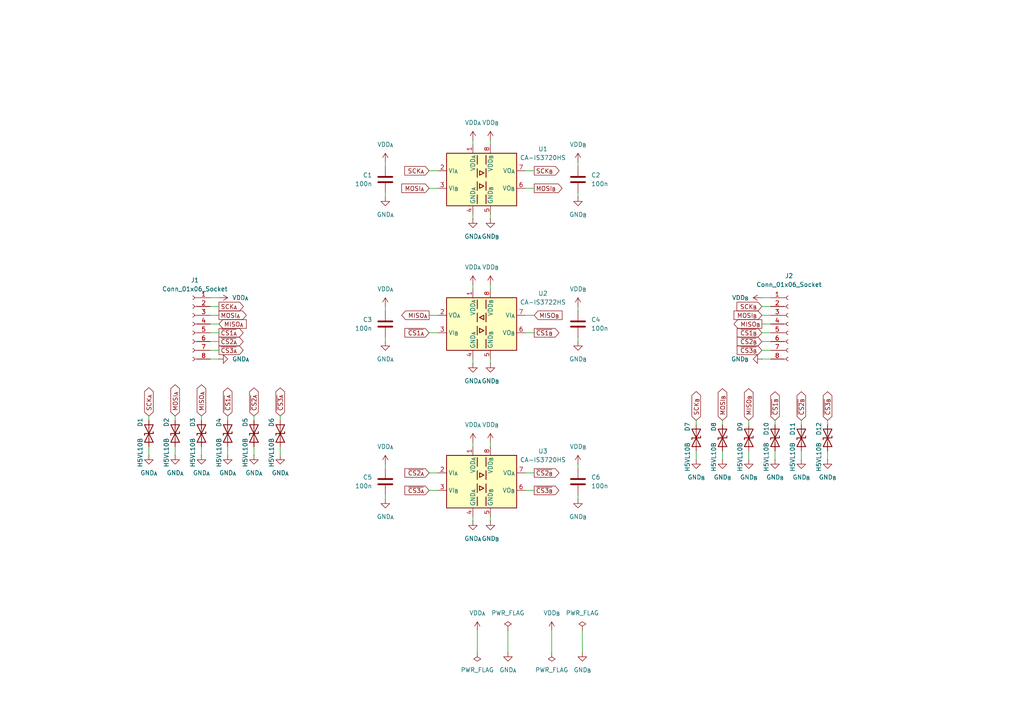
<source format=kicad_sch>
(kicad_sch (version 20231120) (generator "eeschema") (generator_version "8.0")
  (paper "A4")
  (lib_symbols
    (symbol "Connector:Conn_01x08_Socket" (pin_names (offset 1.016) hide)
      (property "Reference" "J" (at 0 10.16 0))
      (property "Value" "Conn_01x08_Socket" (at 0 -12.7 0))
      (symbol "Conn_01x08_Socket_1_1"
        (arc (start 0 -9.652) (mid -0.5058 -10.16) (end 0 -10.668) (stroke (width 0.1524)))
        (arc (start 0 -7.112) (mid -0.5058 -7.62) (end 0 -8.128) (stroke (width 0.1524)))
        (arc (start 0 -4.572) (mid -0.5058 -5.08) (end 0 -5.588) (stroke (width 0.1524)))
        (arc (start 0 -2.032) (mid -0.5058 -2.54) (end 0 -3.048) (stroke (width 0.1524)))
        (polyline (pts (xy -1.27 -10.16) (xy -0.508 -10.16)) (stroke (width 0.1524)))
        (polyline (pts (xy -1.27 -7.62) (xy -0.508 -7.62)) (stroke (width 0.1524)))
        (polyline (pts (xy -1.27 -5.08) (xy -0.508 -5.08)) (stroke (width 0.1524)))
        (polyline (pts (xy -1.27 -2.54) (xy -0.508 -2.54)) (stroke (width 0.1524)))
        (polyline (pts (xy -1.27 0) (xy -0.508 0)) (stroke (width 0.1524)))
        (polyline (pts (xy -1.27 2.54) (xy -0.508 2.54)) (stroke (width 0.1524)))
        (polyline (pts (xy -1.27 5.08) (xy -0.508 5.08)) (stroke (width 0.1524)))
        (polyline (pts (xy -1.27 7.62) (xy -0.508 7.62)) (stroke (width 0.1524)))
        (arc (start 0 0.508) (mid -0.5058 0) (end 0 -0.508) (stroke (width 0.1524)))
        (arc (start 0 3.048) (mid -0.5058 2.54) (end 0 2.032) (stroke (width 0.1524)))
        (arc (start 0 5.588) (mid -0.5058 5.08) (end 0 4.572) (stroke (width 0.1524)))
        (arc (start 0 8.128) (mid -0.5058 7.62) (end 0 7.112) (stroke (width 0.1524)))
        (pin passive line (at -5.08 7.62 0) (length 3.81) (name "Pin_1") (number "1"))
        (pin passive line (at -5.08 5.08 0) (length 3.81) (name "Pin_2") (number "2"))
        (pin passive line (at -5.08 2.54 0) (length 3.81) (name "Pin_3") (number "3"))
        (pin passive line (at -5.08 0 0) (length 3.81) (name "Pin_4") (number "4"))
        (pin passive line (at -5.08 -2.54 0) (length 3.81) (name "Pin_5") (number "5"))
        (pin passive line (at -5.08 -5.08 0) (length 3.81) (name "Pin_6") (number "6"))
        (pin passive line (at -5.08 -7.62 0) (length 3.81) (name "Pin_7") (number "7"))
        (pin passive line (at -5.08 -10.16 0) (length 3.81) (name "Pin_8") (number "8"))
      )
    )
    (symbol "Device:C" (pin_numbers hide) (pin_names (offset 0.254))
      (property "Reference" "C" (at 0.635 2.54 0))
      (property "Value" "C" (at 0.635 -2.54 0))
      (symbol "C_0_1"
        (polyline (pts (xy -2.032 -0.762) (xy 2.032 -0.762)) (stroke (width 0.508)))
        (polyline (pts (xy -2.032 0.762) (xy 2.032 0.762)) (stroke (width 0.508)))
      )
      (symbol "C_1_1"
        (pin passive line (at 0 3.81 270) (length 2.794) (name "~") (number "1"))
        (pin passive line (at 0 -3.81 90) (length 2.794) (name "~") (number "2"))
      )
    )
    (symbol "Device:D_TVS" (pin_numbers hide) (pin_names (offset 1.016) hide)
      (property "Reference" "D" (at 0 2.54 0))
      (property "Value" "D_TVS" (at 0 -2.54 0))
      (symbol "D_TVS_0_1"
        (polyline (pts (xy 1.27 0) (xy -1.27 0)))
        (polyline (pts (xy 0.508 1.27) (xy 0 1.27) (xy 0 -1.27) (xy -0.508 -1.27)) (stroke (width 0.254)))
        (polyline (pts (xy -2.54 1.27) (xy -2.54 -1.27) (xy 2.54 1.27) (xy 2.54 -1.27) (xy -2.54 1.27)) (stroke (width 0.254)))
      )
      (symbol "D_TVS_1_1"
        (pin passive line (at -3.81 0 0) (length 2.54) (name "A1") (number "1"))
        (pin passive line (at 3.81 0 180) (length 2.54) (name "A2") (number "2"))
      )
    )
    (symbol "power:+3.3V" (power) (pin_numbers hide) (pin_names (offset 0) hide)
      (property "Value" "+3.3V" (at 0 3.556 0))
      (symbol "+3.3V_0_1"
        (polyline (pts (xy -0.762 1.27) (xy 0 2.54)))
        (polyline (pts (xy 0 0) (xy 0 2.54)))
        (polyline (pts (xy 0 2.54) (xy 0.762 1.27)))
      )
      (symbol "+3.3V_1_1"
        (pin power_in line (at 0 0 90) (length 0) (name "~") (number "1"))
      )
    )
    (symbol "power:+5V" (power) (pin_numbers hide) (pin_names (offset 0) hide)
      (property "Value" "+5V" (at 0 3.556 0))
      (symbol "+5V_0_1"
        (polyline (pts (xy -0.762 1.27) (xy 0 2.54)))
        (polyline (pts (xy 0 0) (xy 0 2.54)))
        (polyline (pts (xy 0 2.54) (xy 0.762 1.27)))
      )
      (symbol "+5V_1_1"
        (pin power_in line (at 0 0 90) (length 0) (name "~") (number "1"))
      )
    )
    (symbol "power:GND" (power) (pin_numbers hide) (pin_names (offset 0) hide)
      (property "Value" "GND" (at 0 -3.81 0))
      (symbol "GND_0_1"
        (polyline (pts (xy 0 0) (xy 0 -1.27) (xy 1.27 -1.27) (xy 0 -2.54) (xy -1.27 -1.27) (xy 0 -1.27)))
      )
      (symbol "GND_1_1"
        (pin power_in line (at 0 0 270) (length 0) (name "~") (number "1"))
      )
    )
    (symbol "power:PWR_FLAG" (power) (pin_numbers hide) (pin_names (offset 0) hide)
      (property "Value" "PWR_FLAG" (at 0 3.81 0))
      (symbol "PWR_FLAG_0_0"
        (pin power_out line (at 0 0 90) (length 0) (name "~") (number "1"))
      )
      (symbol "PWR_FLAG_0_1"
        (polyline (pts (xy 0 0) (xy 0 1.27) (xy -1.016 1.905) (xy 0 2.54) (xy 1.016 1.905) (xy 0 1.27)))
      )
    )
    (symbol "split-optoisolator-test:CA-IS3720HS"
      (property "Reference" "U" (at -10.16 8.89 0))
      (property "Value" "CA-IS3720HS" (at 3.81 8.89 0))
      (symbol "CA-IS3720HS_0_1"
        (rectangle (start -10.16 7.62) (end 10.16 -7.62) (stroke (width 0.254)) (fill (type background)))
        (polyline (pts (xy -1.27 -4.445) (xy -1.27 -6.985)) (stroke (width 0.254)))
        (polyline (pts (xy -1.27 -0.635) (xy -1.27 -3.175)) (stroke (width 0.254)))
        (polyline (pts (xy -1.27 3.175) (xy -1.27 0.635)) (stroke (width 0.254)))
        (polyline (pts (xy -1.27 6.985) (xy -1.27 4.445)) (stroke (width 0.254)))
        (polyline (pts (xy 1.27 -4.445) (xy 1.27 -6.985)) (stroke (width 0.254)))
        (polyline (pts (xy 1.27 -0.635) (xy 1.27 -3.175)) (stroke (width 0.254)))
        (polyline (pts (xy 1.27 3.175) (xy 1.27 0.635)) (stroke (width 0.254)))
        (polyline (pts (xy 1.27 6.985) (xy 1.27 4.445)) (stroke (width 0.254)))
        (polyline (pts (xy -0.635 -1.27) (xy -0.635 -2.54) (xy 0.635 -1.905) (xy -0.635 -1.27)) (stroke (width 0.254)))
        (polyline (pts (xy -0.5976 1.27) (xy 0.6724 1.905) (xy -0.5976 2.54) (xy -0.5976 1.27)) (stroke (width 0.254)))
      )
      (symbol "CA-IS3720HS_1_1"
        (pin power_in line (at -2.54 10.16 270) (length 2.54) (name "VDD_{A}") (number "1"))
        (pin input line (at -12.7 2.54 0) (length 2.54) (name "VI_{A}") (number "2"))
        (pin input line (at -12.7 -2.54 0) (length 2.54) (name "VI_{B}") (number "3"))
        (pin power_in line (at -2.54 -10.16 90) (length 2.54) (name "GND_{A}") (number "4"))
        (pin power_in line (at 2.54 -10.16 90) (length 2.54) (name "GND_{B}") (number "5"))
        (pin output line (at 12.7 -2.54 180) (length 2.54) (name "VO_{B}") (number "6"))
        (pin output line (at 12.7 2.54 180) (length 2.54) (name "VO_{A}") (number "7"))
        (pin power_in line (at 2.54 10.16 270) (length 2.54) (name "VDD_{B}") (number "8"))
      )
    )
    (symbol "split-optoisolator-test:CA-IS3722HS"
      (property "Reference" "U" (at -10.16 8.89 0))
      (property "Value" "CA-IS3722HS" (at 3.81 8.89 0))
      (symbol "CA-IS3722HS_0_1"
        (rectangle (start -10.16 7.62) (end 10.16 -7.62) (stroke (width 0.254)) (fill (type background)))
        (polyline (pts (xy -1.27 -4.445) (xy -1.27 -6.985)) (stroke (width 0.254)))
        (polyline (pts (xy -1.27 -0.635) (xy -1.27 -3.175)) (stroke (width 0.254)))
        (polyline (pts (xy -1.27 3.175) (xy -1.27 0.635)) (stroke (width 0.254)))
        (polyline (pts (xy -1.27 6.985) (xy -1.27 4.445)) (stroke (width 0.254)))
        (polyline (pts (xy 1.27 -4.445) (xy 1.27 -6.985)) (stroke (width 0.254)))
        (polyline (pts (xy 1.27 -0.635) (xy 1.27 -3.175)) (stroke (width 0.254)))
        (polyline (pts (xy 1.27 3.175) (xy 1.27 0.635)) (stroke (width 0.254)))
        (polyline (pts (xy 1.27 6.985) (xy 1.27 4.445)) (stroke (width 0.254)))
        (polyline (pts (xy -0.635 -1.27) (xy -0.635 -2.54) (xy 0.635 -1.905) (xy -0.635 -1.27)) (stroke (width 0.254)))
        (polyline (pts (xy 0.635 1.27) (xy -0.635 1.905) (xy 0.635 2.54) (xy 0.635 1.27)) (stroke (width 0.254)))
      )
      (symbol "CA-IS3722HS_1_1"
        (pin power_in line (at -2.54 10.16 270) (length 2.54) (name "VDD_{A}") (number "1"))
        (pin output line (at -12.7 2.54 0) (length 2.54) (name "VO_{A}") (number "2"))
        (pin input line (at -12.7 -2.54 0) (length 2.54) (name "VI_{B}") (number "3"))
        (pin power_in line (at -2.54 -10.16 90) (length 2.54) (name "GND_{A}") (number "4"))
        (pin power_in line (at 2.54 -10.16 90) (length 2.54) (name "GND_{B}") (number "5"))
        (pin output line (at 12.7 -2.54 180) (length 2.54) (name "VO_{B}") (number "6"))
        (pin input line (at 12.7 2.54 180) (length 2.54) (name "VI_{A}") (number "7"))
        (pin power_in line (at 2.54 10.16 270) (length 2.54) (name "VDD_{B}") (number "8"))
      )
    )
  )
  (wire (pts (xy 111.76 55.88) (xy 111.76 57.15)))
  (wire (pts (xy 60.96 86.36) (xy 63.5 86.36)))
  (wire (pts (xy 124.46 96.52) (xy 127 96.52)))
  (wire (pts (xy 60.96 96.52) (xy 63.5 96.52)))
  (wire (pts (xy 154.94 91.44) (xy 152.4 91.44)))
  (wire (pts (xy 232.41 130.81) (xy 232.41 133.35)))
  (wire (pts (xy 167.64 46.99) (xy 167.64 48.26)))
  (wire (pts (xy 217.17 121.92) (xy 217.17 123.19)))
  (wire (pts (xy 209.55 121.92) (xy 209.55 123.19)))
  (wire (pts (xy 223.52 86.36) (xy 220.98 86.36)))
  (wire (pts (xy 217.17 130.81) (xy 217.17 133.35)))
  (wire (pts (xy 60.96 99.06) (xy 63.5 99.06)))
  (wire (pts (xy 147.32 182.88) (xy 147.32 189.23)))
  (wire (pts (xy 137.16 151.13) (xy 137.16 149.86)))
  (wire (pts (xy 223.52 96.52) (xy 220.98 96.52)))
  (wire (pts (xy 154.94 96.52) (xy 152.4 96.52)))
  (wire (pts (xy 142.24 105.41) (xy 142.24 104.14)))
  (wire (pts (xy 50.8 129.54) (xy 50.8 132.08)))
  (wire (pts (xy 124.46 49.53) (xy 127 49.53)))
  (wire (pts (xy 154.94 137.16) (xy 152.4 137.16)))
  (wire (pts (xy 224.79 130.81) (xy 224.79 133.35)))
  (wire (pts (xy 232.41 121.92) (xy 232.41 123.19)))
  (wire (pts (xy 167.64 143.51) (xy 167.64 144.78)))
  (wire (pts (xy 167.64 97.79) (xy 167.64 99.06)))
  (wire (pts (xy 224.79 121.92) (xy 224.79 123.19)))
  (wire (pts (xy 50.8 120.65) (xy 50.8 121.92)))
  (wire (pts (xy 137.16 40.64) (xy 137.16 41.91)))
  (wire (pts (xy 142.24 82.55) (xy 142.24 83.82)))
  (wire (pts (xy 167.64 88.9) (xy 167.64 90.17)))
  (wire (pts (xy 137.16 82.55) (xy 137.16 83.82)))
  (wire (pts (xy 223.52 104.14) (xy 220.98 104.14)))
  (wire (pts (xy 137.16 128.27) (xy 137.16 129.54)))
  (wire (pts (xy 60.96 101.6) (xy 63.5 101.6)))
  (wire (pts (xy 111.76 97.79) (xy 111.76 99.06)))
  (wire (pts (xy 58.42 120.65) (xy 58.42 121.92)))
  (wire (pts (xy 160.02 182.88) (xy 160.02 189.23)))
  (wire (pts (xy 201.93 130.81) (xy 201.93 133.35)))
  (wire (pts (xy 138.43 182.88) (xy 138.43 189.23)))
  (wire (pts (xy 124.46 142.24) (xy 127 142.24)))
  (wire (pts (xy 43.18 120.65) (xy 43.18 121.92)))
  (wire (pts (xy 81.28 120.65) (xy 81.28 121.92)))
  (wire (pts (xy 111.76 48.26) (xy 111.76 46.99)))
  (wire (pts (xy 223.52 99.06) (xy 220.98 99.06)))
  (wire (pts (xy 240.03 130.81) (xy 240.03 133.35)))
  (wire (pts (xy 142.24 63.5) (xy 142.24 62.23)))
  (wire (pts (xy 154.94 54.61) (xy 152.4 54.61)))
  (wire (pts (xy 81.28 129.54) (xy 81.28 132.08)))
  (wire (pts (xy 60.96 88.9) (xy 63.5 88.9)))
  (wire (pts (xy 124.46 137.16) (xy 127 137.16)))
  (wire (pts (xy 73.66 120.65) (xy 73.66 121.92)))
  (wire (pts (xy 223.52 88.9) (xy 220.98 88.9)))
  (wire (pts (xy 66.04 120.65) (xy 66.04 121.92)))
  (wire (pts (xy 167.64 134.62) (xy 167.64 135.89)))
  (wire (pts (xy 73.66 129.54) (xy 73.66 132.08)))
  (wire (pts (xy 142.24 128.27) (xy 142.24 129.54)))
  (wire (pts (xy 142.24 40.64) (xy 142.24 41.91)))
  (wire (pts (xy 223.52 101.6) (xy 220.98 101.6)))
  (wire (pts (xy 201.93 121.92) (xy 201.93 123.19)))
  (wire (pts (xy 137.16 105.41) (xy 137.16 104.14)))
  (wire (pts (xy 137.16 63.5) (xy 137.16 62.23)))
  (wire (pts (xy 60.96 91.44) (xy 63.5 91.44)))
  (wire (pts (xy 142.24 151.13) (xy 142.24 149.86)))
  (wire (pts (xy 124.46 54.61) (xy 127 54.61)))
  (wire (pts (xy 240.03 121.92) (xy 240.03 123.19)))
  (wire (pts (xy 43.18 129.54) (xy 43.18 132.08)))
  (wire (pts (xy 167.64 55.88) (xy 167.64 57.15)))
  (wire (pts (xy 58.42 129.54) (xy 58.42 132.08)))
  (wire (pts (xy 168.91 182.88) (xy 168.91 189.23)))
  (wire (pts (xy 223.52 91.44) (xy 220.98 91.44)))
  (wire (pts (xy 154.94 49.53) (xy 152.4 49.53)))
  (wire (pts (xy 111.76 143.51) (xy 111.76 144.78)))
  (wire (pts (xy 124.46 91.44) (xy 127 91.44)))
  (wire (pts (xy 209.55 130.81) (xy 209.55 133.35)))
  (wire (pts (xy 66.04 129.54) (xy 66.04 132.08)))
  (wire (pts (xy 60.96 104.14) (xy 63.5 104.14)))
  (wire (pts (xy 60.96 93.98) (xy 63.5 93.98)))
  (wire (pts (xy 223.52 93.98) (xy 220.98 93.98)))
  (wire (pts (xy 111.76 135.89) (xy 111.76 134.62)))
  (wire (pts (xy 154.94 142.24) (xy 152.4 142.24)))
  (wire (pts (xy 111.76 90.17) (xy 111.76 88.9)))
  (global_label "~{CS2_{A}}" (shape bidirectional) (at 73.66 120.65 90) (property "Intersheetrefs" "${INTERSHEET_REFS}" (effects (hide yes))))
  (global_label "MISO_{B}" (shape output) (at 220.98 93.98 180) (property "Intersheetrefs" "${INTERSHEET_REFS}" (effects (hide yes))))
  (global_label "MISO_{B}" (shape bidirectional) (at 217.17 121.92 90) (property "Intersheetrefs" "${INTERSHEET_REFS}" (effects (hide yes))))
  (global_label "SCK_{A}" (shape bidirectional) (at 43.18 120.65 90) (property "Intersheetrefs" "${INTERSHEET_REFS}" (effects (hide yes))))
  (global_label "~{CS1_{A}}" (shape output) (at 63.5 96.52 0) (property "Intersheetrefs" "${INTERSHEET_REFS}" (effects (hide yes))))
  (global_label "~{CS1_{B}}" (shape bidirectional) (at 224.79 121.92 90) (property "Intersheetrefs" "${INTERSHEET_REFS}" (effects (hide yes))))
  (global_label "SCK_{B}" (shape output) (at 154.94 49.53 0) (property "Intersheetrefs" "${INTERSHEET_REFS}" (effects (hide yes))))
  (global_label "MISO_{A}" (shape output) (at 124.46 91.44 180) (property "Intersheetrefs" "${INTERSHEET_REFS}" (effects (hide yes))))
  (global_label "MOSI_{B}" (shape bidirectional) (at 209.55 121.92 90) (property "Intersheetrefs" "${INTERSHEET_REFS}" (effects (hide yes))))
  (global_label "~{CS3_{A}}" (shape input) (at 124.46 142.24 180) (property "Intersheetrefs" "${INTERSHEET_REFS}" (effects (hide yes))))
  (global_label "~{CS3_{B}}" (shape input) (at 220.98 101.6 180) (property "Intersheetrefs" "${INTERSHEET_REFS}" (effects (hide yes))))
  (global_label "~{CS3_{A}}" (shape bidirectional) (at 81.28 120.65 90) (property "Intersheetrefs" "${INTERSHEET_REFS}" (effects (hide yes))))
  (global_label "~{CS2_{A}}" (shape output) (at 63.5 99.06 0) (property "Intersheetrefs" "${INTERSHEET_REFS}" (effects (hide yes))))
  (global_label "~{CS1_{A}}" (shape input) (at 124.46 96.52 180) (property "Intersheetrefs" "${INTERSHEET_REFS}" (effects (hide yes))))
  (global_label "MOSI_{A}" (shape bidirectional) (at 50.8 120.65 90) (property "Intersheetrefs" "${INTERSHEET_REFS}" (effects (hide yes))))
  (global_label "~{CS2_{B}}" (shape input) (at 220.98 99.06 180) (property "Intersheetrefs" "${INTERSHEET_REFS}" (effects (hide yes))))
  (global_label "~{CS2_{A}}" (shape input) (at 124.46 137.16 180) (property "Intersheetrefs" "${INTERSHEET_REFS}" (effects (hide yes))))
  (global_label "SCK_{A}" (shape input) (at 124.46 49.53 180) (property "Intersheetrefs" "${INTERSHEET_REFS}" (effects (hide yes))))
  (global_label "MOSI_{B}" (shape input) (at 220.98 91.44 180) (property "Intersheetrefs" "${INTERSHEET_REFS}" (effects (hide yes))))
  (global_label "~{CS2_{B}}" (shape output) (at 154.94 137.16 0) (property "Intersheetrefs" "${INTERSHEET_REFS}" (effects (hide yes))))
  (global_label "MOSI_{A}" (shape output) (at 63.5 91.44 0) (property "Intersheetrefs" "${INTERSHEET_REFS}" (effects (hide yes))))
  (global_label "MISO_{B}" (shape input) (at 154.94 91.44 0) (property "Intersheetrefs" "${INTERSHEET_REFS}" (effects (hide yes))))
  (global_label "SCK_{A}" (shape output) (at 63.5 88.9 0) (property "Intersheetrefs" "${INTERSHEET_REFS}" (effects (hide yes))))
  (global_label "~{CS3_{B}}" (shape output) (at 154.94 142.24 0) (property "Intersheetrefs" "${INTERSHEET_REFS}" (effects (hide yes))))
  (global_label "~{CS3_{B}}" (shape bidirectional) (at 240.03 121.92 90) (property "Intersheetrefs" "${INTERSHEET_REFS}" (effects (hide yes))))
  (global_label "~{CS2_{B}}" (shape bidirectional) (at 232.41 121.92 90) (property "Intersheetrefs" "${INTERSHEET_REFS}" (effects (hide yes))))
  (global_label "~{CS1_{B}}" (shape output) (at 154.94 96.52 0) (property "Intersheetrefs" "${INTERSHEET_REFS}" (effects (hide yes))))
  (global_label "MISO_{A}" (shape input) (at 63.5 93.98 0) (property "Intersheetrefs" "${INTERSHEET_REFS}" (effects (hide yes))))
  (global_label "SCK_{B}" (shape bidirectional) (at 201.93 121.92 90) (property "Intersheetrefs" "${INTERSHEET_REFS}" (effects (hide yes))))
  (global_label "SCK_{B}" (shape input) (at 220.98 88.9 180) (property "Intersheetrefs" "${INTERSHEET_REFS}" (effects (hide yes))))
  (global_label "MOSI_{A}" (shape input) (at 124.46 54.61 180) (property "Intersheetrefs" "${INTERSHEET_REFS}" (effects (hide yes))))
  (global_label "~{CS3_{A}}" (shape output) (at 63.5 101.6 0) (property "Intersheetrefs" "${INTERSHEET_REFS}" (effects (hide yes))))
  (global_label "MISO_{A}" (shape bidirectional) (at 58.42 120.65 90) (property "Intersheetrefs" "${INTERSHEET_REFS}" (effects (hide yes))))
  (global_label "~{CS1_{A}}" (shape bidirectional) (at 66.04 120.65 90) (property "Intersheetrefs" "${INTERSHEET_REFS}" (effects (hide yes))))
  (global_label "MOSI_{B}" (shape output) (at 154.94 54.61 0) (property "Intersheetrefs" "${INTERSHEET_REFS}" (effects (hide yes))))
  (global_label "~{CS1_{B}}" (shape input) (at 220.98 96.52 180) (property "Intersheetrefs" "${INTERSHEET_REFS}" (effects (hide yes))))
  (symbol (lib_id "power:GND") (at 232.41 133.35 0) (unit 1)
    (property "Reference" "#PWR033" (effects (hide yes)))
    (property "Value" "GND_{B}" (at 232.41 138.43 0))
    (property "Description" "Power symbol creates a global label with name \"GND\" , ground" (effects (hide yes)))
  )
  (symbol (lib_id "power:GND") (at 220.98 104.14 270) (mirror x) (unit 1)
    (property "Reference" "#PWR018" (effects (hide yes)))
    (property "Value" "GND_{B}" (at 217.17 104.1399 90) (effects (justify right)))
    (property "Description" "Power symbol creates a global label with name \"GND\" , ground" (effects (hide yes)))
  )
  (symbol (lib_id "power:+3.3V") (at 111.76 88.9 0) (unit 1)
    (property "Reference" "#PWR013" (effects (hide yes)))
    (property "Value" "VDD_{A}" (at 111.76 83.82 0))
    (property "Description" "Power symbol creates a global label with name \"+3.3V\"" (effects (hide yes)))
  )
  (symbol (lib_id "power:PWR_FLAG") (at 138.43 189.23 180) (unit 1)
    (property "Reference" "#FLG03" (effects (hide yes)))
    (property "Value" "PWR_FLAG" (at 138.43 194.31 0))
    (property "Description" "Special symbol for telling ERC where power comes from" (effects (hide yes)))
  )
  (symbol (lib_id "Device:D_TVS") (at 73.66 125.73 270) (mirror x) (unit 1)
    (property "Reference" "D5" (at 71.12 121.158 0) (effects (justify right)))
    (property "Value" "H5VL10B" (at 71.12 126.9999 0) (effects (justify right)))
    (property "Footprint" "Diode_SMD:D_SOD-882D" (effects (hide yes)))
    (property "Description" "Bidirectional transient-voltage-suppression diode" (effects (hide yes)))
    (property "LCSC" "C7420372" (effects (hide yes)))
  )
  (symbol (lib_id "power:GND") (at 66.04 132.08 0) (unit 1)
    (property "Reference" "#PWR026" (effects (hide yes)))
    (property "Value" "GND_{A}" (at 66.04 137.16 0))
    (property "Description" "Power symbol creates a global label with name \"GND\" , ground" (effects (hide yes)))
  )
  (symbol (lib_id "power:GND") (at 137.16 151.13 0) (unit 1)
    (property "Reference" "#PWR039" (effects (hide yes)))
    (property "Value" "GND_{A}" (at 137.16 156.21 0))
    (property "Description" "Power symbol creates a global label with name \"GND\" , ground" (effects (hide yes)))
  )
  (symbol (lib_id "Connector:Conn_01x08_Socket") (at 228.6 93.98 0) (unit 1)
    (property "Reference" "J2" (at 228.854 80.01 0))
    (property "Value" "Conn_01x06_Socket" (at 228.854 82.55 0))
    (property "Footprint" "Connector_PinHeader_2.54mm:PinHeader_1x08_P2.54mm_Vertical" (effects (hide yes)))
    (property "Description" "Generic connector, single row, 01x08, script generated" (effects (hide yes)))
  )
  (symbol (lib_id "Device:D_TVS") (at 224.79 127 270) (mirror x) (unit 1)
    (property "Reference" "D10" (at 222.25 122.428 0) (effects (justify right)))
    (property "Value" "H5VL10B" (at 222.25 128.2699 0) (effects (justify right)))
    (property "Footprint" "Diode_SMD:D_SOD-882D" (effects (hide yes)))
    (property "Description" "Bidirectional transient-voltage-suppression diode" (effects (hide yes)))
    (property "LCSC" "C7420372" (effects (hide yes)))
  )
  (symbol (lib_id "Device:D_TVS") (at 201.93 127 270) (mirror x) (unit 1)
    (property "Reference" "D7" (at 199.39 122.428 0) (effects (justify right)))
    (property "Value" "H5VL10B" (at 199.39 128.2699 0) (effects (justify right)))
    (property "Footprint" "Diode_SMD:D_SOD-882D" (effects (hide yes)))
    (property "Description" "Bidirectional transient-voltage-suppression diode" (effects (hide yes)))
    (property "LCSC" "C7420372" (effects (hide yes)))
  )
  (symbol (lib_id "Device:D_TVS") (at 81.28 125.73 270) (mirror x) (unit 1)
    (property "Reference" "D6" (at 78.74 121.158 0) (effects (justify right)))
    (property "Value" "H5VL10B" (at 78.74 126.9999 0) (effects (justify right)))
    (property "Footprint" "Diode_SMD:D_SOD-882D" (effects (hide yes)))
    (property "Description" "Bidirectional transient-voltage-suppression diode" (effects (hide yes)))
    (property "LCSC" "C7420372" (effects (hide yes)))
  )
  (symbol (lib_id "split-optoisolator-test:CA-IS3722HS") (at 139.7 93.98 0) (unit 1)
    (property "Reference" "U2" (at 157.48 85.1214 0))
    (property "Value" "CA-IS3722HS" (at 157.48 87.6614 0))
    (property "Footprint" "Package_SO:SOIC-8_3.9x4.9mm_P1.27mm" (effects (hide yes)))
    (property "Datasheet" "https://e.chipanalog.com/Public/Uploads/uploadfile/files/20240611/CAIS372xdatasheetVersion1.06en.pdf" (effects (hide yes)))
    (property "Description" "Dual-channel digital isolator, 2.375 to 5.5V, 150Mbs, 3.75kV" (effects (hide yes)))
    (property "LCSC" "C428879" (effects (hide yes)))
  )
  (symbol (lib_id "power:+3.3V") (at 137.16 128.27 0) (unit 1)
    (property "Reference" "#PWR021" (effects (hide yes)))
    (property "Value" "VDD_{A}" (at 137.16 123.19 0))
    (property "Description" "Power symbol creates a global label with name \"+3.3V\"" (effects (hide yes)))
  )
  (symbol (lib_id "power:+5V") (at 167.64 46.99 0) (mirror y) (unit 1)
    (property "Reference" "#PWR04" (effects (hide yes)))
    (property "Value" "VDD_{B}" (at 167.64 41.91 0))
    (property "Description" "Power symbol creates a global label with name \"+5V\"" (effects (hide yes)))
  )
  (symbol (lib_id "power:PWR_FLAG") (at 147.32 182.88 0) (unit 1)
    (property "Reference" "#FLG01" (effects (hide yes)))
    (property "Value" "PWR_FLAG" (at 147.32 177.8 0))
    (property "Description" "Special symbol for telling ERC where power comes from" (effects (hide yes)))
  )
  (symbol (lib_id "Device:D_TVS") (at 50.8 125.73 270) (mirror x) (unit 1)
    (property "Reference" "D2" (at 48.26 121.158 0) (effects (justify right)))
    (property "Value" "H5VL10B" (at 48.26 126.9999 0) (effects (justify right)))
    (property "Footprint" "Diode_SMD:D_SOD-882D" (effects (hide yes)))
    (property "Description" "Bidirectional transient-voltage-suppression diode" (effects (hide yes)))
    (property "LCSC" "C7420372" (effects (hide yes)))
  )
  (symbol (lib_id "power:+5V") (at 167.64 88.9 0) (mirror y) (unit 1)
    (property "Reference" "#PWR014" (effects (hide yes)))
    (property "Value" "VDD_{B}" (at 167.64 83.82 0))
    (property "Description" "Power symbol creates a global label with name \"+5V\"" (effects (hide yes)))
  )
  (symbol (lib_id "power:GND") (at 81.28 132.08 0) (unit 1)
    (property "Reference" "#PWR028" (effects (hide yes)))
    (property "Value" "GND_{A}" (at 81.28 137.16 0))
    (property "Description" "Power symbol creates a global label with name \"GND\" , ground" (effects (hide yes)))
  )
  (symbol (lib_id "power:GND") (at 224.79 133.35 0) (unit 1)
    (property "Reference" "#PWR032" (effects (hide yes)))
    (property "Value" "GND_{B}" (at 224.79 138.43 0))
    (property "Description" "Power symbol creates a global label with name \"GND\" , ground" (effects (hide yes)))
  )
  (symbol (lib_id "Device:C") (at 111.76 52.07 0) (mirror y) (unit 1)
    (property "Reference" "C1" (at 107.95 50.7999 0) (effects (justify left)))
    (property "Value" "100n" (at 107.95 53.3399 0) (effects (justify left)))
    (property "Footprint" "Capacitor_SMD:C_0402_1005Metric" (effects (hide yes)))
    (property "Description" "Unpolarized capacitor" (effects (hide yes)))
    (property "LCSC" "C1525" (effects (hide yes)))
  )
  (symbol (lib_id "power:GND") (at 137.16 63.5 0) (unit 1)
    (property "Reference" "#PWR07" (effects (hide yes)))
    (property "Value" "GND_{A}" (at 137.16 68.58 0))
    (property "Description" "Power symbol creates a global label with name \"GND\" , ground" (effects (hide yes)))
  )
  (symbol (lib_id "power:GND") (at 167.64 99.06 0) (unit 1)
    (property "Reference" "#PWR016" (effects (hide yes)))
    (property "Value" "GND_{B}" (at 167.64 104.14 0))
    (property "Description" "Power symbol creates a global label with name \"GND\" , ground" (effects (hide yes)))
  )
  (symbol (lib_id "split-optoisolator-test:CA-IS3720HS") (at 139.7 52.07 0) (unit 1)
    (property "Reference" "U1" (at 157.48 43.2114 0))
    (property "Value" "CA-IS3720HS" (at 157.48 45.7514 0))
    (property "Footprint" "Package_SO:SOIC-8_3.9x4.9mm_P1.27mm" (effects (hide yes)))
    (property "Datasheet" "https://e.chipanalog.com/Public/Uploads/uploadfile/files/20240611/CAIS372xdatasheetVersion1.06en.pdf" (effects (hide yes)))
    (property "Description" "Dual-channel digital isolator, 2.375 to 5.5V, 150Mbs, 3.75kV" (effects (hide yes)))
    (property "LCSC" "C428882" (effects (hide yes)))
  )
  (symbol (lib_id "power:GND") (at 111.76 99.06 0) (unit 1)
    (property "Reference" "#PWR015" (effects (hide yes)))
    (property "Value" "GND_{A}" (at 111.76 104.14 0))
    (property "Description" "Power symbol creates a global label with name \"GND\" , ground" (effects (hide yes)))
  )
  (symbol (lib_id "power:+3.3V") (at 160.02 182.88 0) (unit 1)
    (property "Reference" "#PWR042" (effects (hide yes)))
    (property "Value" "VDD_{B}" (at 160.02 177.8 0))
    (property "Description" "Power symbol creates a global label with name \"+3.3V\"" (effects (hide yes)))
  )
  (symbol (lib_id "power:+5V") (at 142.24 128.27 0) (mirror y) (unit 1)
    (property "Reference" "#PWR022" (effects (hide yes)))
    (property "Value" "VDD_{B}" (at 142.24 123.19 0))
    (property "Description" "Power symbol creates a global label with name \"+5V\"" (effects (hide yes)))
  )
  (symbol (lib_id "power:GND") (at 58.42 132.08 0) (unit 1)
    (property "Reference" "#PWR025" (effects (hide yes)))
    (property "Value" "GND_{A}" (at 58.42 137.16 0))
    (property "Description" "Power symbol creates a global label with name \"GND\" , ground" (effects (hide yes)))
  )
  (symbol (lib_id "Device:D_TVS") (at 66.04 125.73 270) (mirror x) (unit 1)
    (property "Reference" "D4" (at 63.5 121.158 0) (effects (justify right)))
    (property "Value" "H5VL10B" (at 63.5 126.9999 0) (effects (justify right)))
    (property "Footprint" "Diode_SMD:D_SOD-882D" (effects (hide yes)))
    (property "Description" "Bidirectional transient-voltage-suppression diode" (effects (hide yes)))
    (property "LCSC" "C7420372" (effects (hide yes)))
  )
  (symbol (lib_id "Device:C") (at 111.76 93.98 0) (mirror y) (unit 1)
    (property "Reference" "C3" (at 107.95 92.7099 0) (effects (justify left)))
    (property "Value" "100n" (at 107.95 95.2499 0) (effects (justify left)))
    (property "Footprint" "Capacitor_SMD:C_0402_1005Metric" (effects (hide yes)))
    (property "Description" "Unpolarized capacitor" (effects (hide yes)))
    (property "LCSC" "C1525" (effects (hide yes)))
  )
  (symbol (lib_id "power:GND") (at 167.64 57.15 0) (unit 1)
    (property "Reference" "#PWR06" (effects (hide yes)))
    (property "Value" "GND_{B}" (at 167.64 62.23 0))
    (property "Description" "Power symbol creates a global label with name \"GND\" , ground" (effects (hide yes)))
  )
  (symbol (lib_id "power:GND") (at 240.03 133.35 0) (unit 1)
    (property "Reference" "#PWR034" (effects (hide yes)))
    (property "Value" "GND_{B}" (at 240.03 138.43 0))
    (property "Description" "Power symbol creates a global label with name \"GND\" , ground" (effects (hide yes)))
  )
  (symbol (lib_id "power:GND") (at 63.5 104.14 90) (unit 1)
    (property "Reference" "#PWR017" (effects (hide yes)))
    (property "Value" "GND_{A}" (at 67.31 104.1399 90) (effects (justify right)))
    (property "Description" "Power symbol creates a global label with name \"GND\" , ground" (effects (hide yes)))
  )
  (symbol (lib_id "power:GND") (at 111.76 57.15 0) (unit 1)
    (property "Reference" "#PWR05" (effects (hide yes)))
    (property "Value" "GND_{A}" (at 111.76 62.23 0))
    (property "Description" "Power symbol creates a global label with name \"GND\" , ground" (effects (hide yes)))
  )
  (symbol (lib_id "Device:C") (at 111.76 139.7 0) (mirror y) (unit 1)
    (property "Reference" "C5" (at 107.95 138.4299 0) (effects (justify left)))
    (property "Value" "100n" (at 107.95 140.9699 0) (effects (justify left)))
    (property "Footprint" "Capacitor_SMD:C_0402_1005Metric" (effects (hide yes)))
    (property "Description" "Unpolarized capacitor" (effects (hide yes)))
    (property "LCSC" "C1525" (effects (hide yes)))
  )
  (symbol (lib_id "power:GND") (at 43.18 132.08 0) (unit 1)
    (property "Reference" "#PWR023" (effects (hide yes)))
    (property "Value" "GND_{A}" (at 43.18 137.16 0))
    (property "Description" "Power symbol creates a global label with name \"GND\" , ground" (effects (hide yes)))
  )
  (symbol (lib_id "power:GND") (at 142.24 63.5 0) (unit 1)
    (property "Reference" "#PWR08" (effects (hide yes)))
    (property "Value" "GND_{B}" (at 142.24 68.58 0))
    (property "Description" "Power symbol creates a global label with name \"GND\" , ground" (effects (hide yes)))
  )
  (symbol (lib_id "power:GND") (at 168.91 189.23 0) (unit 1)
    (property "Reference" "#PWR044" (effects (hide yes)))
    (property "Value" "GND_{B}" (at 168.91 194.31 0))
    (property "Description" "Power symbol creates a global label with name \"GND\" , ground" (effects (hide yes)))
  )
  (symbol (lib_id "Device:C") (at 167.64 139.7 0) (unit 1)
    (property "Reference" "C6" (at 171.45 138.4299 0) (effects (justify left)))
    (property "Value" "100n" (at 171.45 140.9699 0) (effects (justify left)))
    (property "Footprint" "Capacitor_SMD:C_0402_1005Metric" (effects (hide yes)))
    (property "Description" "Unpolarized capacitor" (effects (hide yes)))
    (property "LCSC" "C1525" (effects (hide yes)))
  )
  (symbol (lib_id "Device:D_TVS") (at 240.03 127 270) (mirror x) (unit 1)
    (property "Reference" "D12" (at 237.49 122.428 0) (effects (justify right)))
    (property "Value" "H5VL10B" (at 237.49 128.2699 0) (effects (justify right)))
    (property "Footprint" "Diode_SMD:D_SOD-882D" (effects (hide yes)))
    (property "Description" "Bidirectional transient-voltage-suppression diode" (effects (hide yes)))
    (property "LCSC" "C7420372" (effects (hide yes)))
  )
  (symbol (lib_id "power:GND") (at 142.24 151.13 0) (unit 1)
    (property "Reference" "#PWR040" (effects (hide yes)))
    (property "Value" "GND_{B}" (at 142.24 156.21 0))
    (property "Description" "Power symbol creates a global label with name \"GND\" , ground" (effects (hide yes)))
  )
  (symbol (lib_id "power:+5V") (at 142.24 82.55 0) (mirror y) (unit 1)
    (property "Reference" "#PWR010" (effects (hide yes)))
    (property "Value" "VDD_{B}" (at 142.24 77.47 0))
    (property "Description" "Power symbol creates a global label with name \"+5V\"" (effects (hide yes)))
  )
  (symbol (lib_id "Device:D_TVS") (at 209.55 127 270) (mirror x) (unit 1)
    (property "Reference" "D8" (at 207.01 122.428 0) (effects (justify right)))
    (property "Value" "H5VL10B" (at 207.01 128.2699 0) (effects (justify right)))
    (property "Footprint" "Diode_SMD:D_SOD-882D" (effects (hide yes)))
    (property "Description" "Bidirectional transient-voltage-suppression diode" (effects (hide yes)))
    (property "LCSC" "C7420372" (effects (hide yes)))
  )
  (symbol (lib_id "power:GND") (at 137.16 105.41 0) (unit 1)
    (property "Reference" "#PWR019" (effects (hide yes)))
    (property "Value" "GND_{A}" (at 137.16 110.49 0))
    (property "Description" "Power symbol creates a global label with name \"GND\" , ground" (effects (hide yes)))
  )
  (symbol (lib_id "power:GND") (at 73.66 132.08 0) (unit 1)
    (property "Reference" "#PWR027" (effects (hide yes)))
    (property "Value" "GND_{A}" (at 73.66 137.16 0))
    (property "Description" "Power symbol creates a global label with name \"GND\" , ground" (effects (hide yes)))
  )
  (symbol (lib_id "split-optoisolator-test:CA-IS3720HS") (at 139.7 139.7 0) (unit 1)
    (property "Reference" "U3" (at 157.48 130.8414 0))
    (property "Value" "CA-IS3720HS" (at 157.48 133.3814 0))
    (property "Footprint" "Package_SO:SOIC-8_3.9x4.9mm_P1.27mm" (effects (hide yes)))
    (property "Datasheet" "https://e.chipanalog.com/Public/Uploads/uploadfile/files/20240611/CAIS372xdatasheetVersion1.06en.pdf" (effects (hide yes)))
    (property "Description" "Dual-channel digital isolator, 2.375 to 5.5V, 150Mbs, 3.75kV" (effects (hide yes)))
    (property "LCSC" "C428882" (effects (hide yes)))
  )
  (symbol (lib_id "Device:C") (at 167.64 93.98 0) (unit 1)
    (property "Reference" "C4" (at 171.45 92.7099 0) (effects (justify left)))
    (property "Value" "100n" (at 171.45 95.2499 0) (effects (justify left)))
    (property "Footprint" "Capacitor_SMD:C_0402_1005Metric" (effects (hide yes)))
    (property "Description" "Unpolarized capacitor" (effects (hide yes)))
    (property "LCSC" "C1525" (effects (hide yes)))
  )
  (symbol (lib_id "power:GND") (at 50.8 132.08 0) (unit 1)
    (property "Reference" "#PWR024" (effects (hide yes)))
    (property "Value" "GND_{A}" (at 50.8 137.16 0))
    (property "Description" "Power symbol creates a global label with name \"GND\" , ground" (effects (hide yes)))
  )
  (symbol (lib_id "power:GND") (at 167.64 144.78 0) (unit 1)
    (property "Reference" "#PWR038" (effects (hide yes)))
    (property "Value" "GND_{B}" (at 167.64 149.86 0))
    (property "Description" "Power symbol creates a global label with name \"GND\" , ground" (effects (hide yes)))
  )
  (symbol (lib_id "power:GND") (at 147.32 189.23 0) (unit 1)
    (property "Reference" "#PWR043" (effects (hide yes)))
    (property "Value" "GND_{A}" (at 147.32 194.31 0))
    (property "Description" "Power symbol creates a global label with name \"GND\" , ground" (effects (hide yes)))
  )
  (symbol (lib_id "power:+5V") (at 138.43 182.88 0) (unit 1)
    (property "Reference" "#PWR041" (effects (hide yes)))
    (property "Value" "VDD_{A}" (at 138.43 177.8 0))
    (property "Description" "Power symbol creates a global label with name \"+5V\"" (effects (hide yes)))
  )
  (symbol (lib_id "power:+5V") (at 142.24 40.64 0) (mirror y) (unit 1)
    (property "Reference" "#PWR02" (effects (hide yes)))
    (property "Value" "VDD_{B}" (at 142.24 35.56 0))
    (property "Description" "Power symbol creates a global label with name \"+5V\"" (effects (hide yes)))
  )
  (symbol (lib_id "power:GND") (at 217.17 133.35 0) (unit 1)
    (property "Reference" "#PWR031" (effects (hide yes)))
    (property "Value" "GND_{B}" (at 217.17 138.43 0))
    (property "Description" "Power symbol creates a global label with name \"GND\" , ground" (effects (hide yes)))
  )
  (symbol (lib_id "power:+3.3V") (at 63.5 86.36 270) (mirror x) (unit 1)
    (property "Reference" "#PWR011" (effects (hide yes)))
    (property "Value" "VDD_{A}" (at 67.31 86.3599 90) (effects (justify left)))
    (property "Description" "Power symbol creates a global label with name \"+3.3V\"" (effects (hide yes)))
  )
  (symbol (lib_id "Device:D_TVS") (at 58.42 125.73 270) (mirror x) (unit 1)
    (property "Reference" "D3" (at 55.88 121.158 0) (effects (justify right)))
    (property "Value" "H5VL10B" (at 55.88 126.9999 0) (effects (justify right)))
    (property "Footprint" "Diode_SMD:D_SOD-882D" (effects (hide yes)))
    (property "Description" "Bidirectional transient-voltage-suppression diode" (effects (hide yes)))
    (property "LCSC" "C7420372" (effects (hide yes)))
  )
  (symbol (lib_id "power:GND") (at 142.24 105.41 0) (unit 1)
    (property "Reference" "#PWR020" (effects (hide yes)))
    (property "Value" "GND_{B}" (at 142.24 110.49 0))
    (property "Description" "Power symbol creates a global label with name \"GND\" , ground" (effects (hide yes)))
  )
  (symbol (lib_id "power:+3.3V") (at 137.16 40.64 0) (unit 1)
    (property "Reference" "#PWR01" (effects (hide yes)))
    (property "Value" "VDD_{A}" (at 137.16 35.56 0))
    (property "Description" "Power symbol creates a global label with name \"+3.3V\"" (effects (hide yes)))
  )
  (symbol (lib_id "Device:D_TVS") (at 43.18 125.73 270) (mirror x) (unit 1)
    (property "Reference" "D1" (at 40.64 121.158 0) (effects (justify right)))
    (property "Value" "H5VL10B" (at 40.64 126.9999 0) (effects (justify right)))
    (property "Footprint" "Diode_SMD:D_SOD-882D" (effects (hide yes)))
    (property "Description" "Bidirectional transient-voltage-suppression diode" (effects (hide yes)))
    (property "LCSC" "C7420372" (effects (hide yes)))
  )
  (symbol (lib_id "power:PWR_FLAG") (at 168.91 182.88 0) (unit 1)
    (property "Reference" "#FLG02" (effects (hide yes)))
    (property "Value" "PWR_FLAG" (at 168.91 177.8 0))
    (property "Description" "Special symbol for telling ERC where power comes from" (effects (hide yes)))
  )
  (symbol (lib_id "power:+3.3V") (at 111.76 46.99 0) (unit 1)
    (property "Reference" "#PWR03" (effects (hide yes)))
    (property "Value" "VDD_{A}" (at 111.76 41.91 0))
    (property "Description" "Power symbol creates a global label with name \"+3.3V\"" (effects (hide yes)))
  )
  (symbol (lib_id "power:GND") (at 209.55 133.35 0) (unit 1)
    (property "Reference" "#PWR030" (effects (hide yes)))
    (property "Value" "GND_{B}" (at 209.55 138.43 0))
    (property "Description" "Power symbol creates a global label with name \"GND\" , ground" (effects (hide yes)))
  )
  (symbol (lib_id "power:GND") (at 201.93 133.35 0) (unit 1)
    (property "Reference" "#PWR029" (effects (hide yes)))
    (property "Value" "GND_{B}" (at 201.93 138.43 0))
    (property "Description" "Power symbol creates a global label with name \"GND\" , ground" (effects (hide yes)))
  )
  (symbol (lib_id "power:+3.3V") (at 111.76 134.62 0) (unit 1)
    (property "Reference" "#PWR035" (effects (hide yes)))
    (property "Value" "VDD_{A}" (at 111.76 129.54 0))
    (property "Description" "Power symbol creates a global label with name \"+3.3V\"" (effects (hide yes)))
  )
  (symbol (lib_id "power:+5V") (at 220.98 86.36 90) (unit 1)
    (property "Reference" "#PWR012" (effects (hide yes)))
    (property "Value" "VDD_{B}" (at 217.17 86.3599 90) (effects (justify left)))
    (property "Description" "Power symbol creates a global label with name \"+5V\"" (effects (hide yes)))
  )
  (symbol (lib_id "power:+5V") (at 167.64 134.62 0) (mirror y) (unit 1)
    (property "Reference" "#PWR036" (effects (hide yes)))
    (property "Value" "VDD_{B}" (at 167.64 129.54 0))
    (property "Description" "Power symbol creates a global label with name \"+5V\"" (effects (hide yes)))
  )
  (symbol (lib_id "Device:D_TVS") (at 232.41 127 270) (mirror x) (unit 1)
    (property "Reference" "D11" (at 229.87 122.428 0) (effects (justify right)))
    (property "Value" "H5VL10B" (at 229.87 128.2699 0) (effects (justify right)))
    (property "Footprint" "Diode_SMD:D_SOD-882D" (effects (hide yes)))
    (property "Description" "Bidirectional transient-voltage-suppression diode" (effects (hide yes)))
    (property "LCSC" "C7420372" (effects (hide yes)))
  )
  (symbol (lib_id "power:GND") (at 111.76 144.78 0) (unit 1)
    (property "Reference" "#PWR037" (effects (hide yes)))
    (property "Value" "GND_{A}" (at 111.76 149.86 0))
    (property "Description" "Power symbol creates a global label with name \"GND\" , ground" (effects (hide yes)))
  )
  (symbol (lib_id "power:+3.3V") (at 137.16 82.55 0) (unit 1)
    (property "Reference" "#PWR09" (effects (hide yes)))
    (property "Value" "VDD_{A}" (at 137.16 77.47 0))
    (property "Description" "Power symbol creates a global label with name \"+3.3V\"" (effects (hide yes)))
  )
  (symbol (lib_id "Device:D_TVS") (at 217.17 127 270) (mirror x) (unit 1)
    (property "Reference" "D9" (at 214.63 122.428 0) (effects (justify right)))
    (property "Value" "H5VL10B" (at 214.63 128.2699 0) (effects (justify right)))
    (property "Footprint" "Diode_SMD:D_SOD-882D" (effects (hide yes)))
    (property "Description" "Bidirectional transient-voltage-suppression diode" (effects (hide yes)))
    (property "LCSC" "C7420372" (effects (hide yes)))
  )
  (symbol (lib_id "Connector:Conn_01x08_Socket") (at 55.88 93.98 0) (mirror y) (unit 1)
    (property "Reference" "J1" (at 56.515 81.28 0))
    (property "Value" "Conn_01x06_Socket" (at 56.515 83.82 0))
    (property "Footprint" "Connector_PinHeader_2.54mm:PinHeader_1x08_P2.54mm_Vertical" (effects (hide yes)))
    (property "Description" "Generic connector, single row, 01x08, script generated" (effects (hide yes)))
  )
  (symbol (lib_id "Device:C") (at 167.64 52.07 0) (unit 1)
    (property "Reference" "C2" (at 171.45 50.7999 0) (effects (justify left)))
    (property "Value" "100n" (at 171.45 53.3399 0) (effects (justify left)))
    (property "Footprint" "Capacitor_SMD:C_0402_1005Metric" (effects (hide yes)))
    (property "Description" "Unpolarized capacitor" (effects (hide yes)))
    (property "LCSC" "C1525" (effects (hide yes)))
  )
  (symbol (lib_id "power:PWR_FLAG") (at 160.02 189.23 180) (unit 1)
    (property "Reference" "#FLG04" (effects (hide yes)))
    (property "Value" "PWR_FLAG" (at 160.02 194.31 0))
    (property "Description" "Special symbol for telling ERC where power comes from" (effects (hide yes)))
  )
)
</source>
